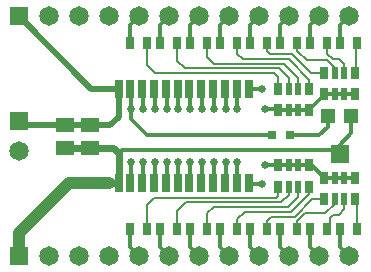
<source format=gtl>
G04 (created by PCBNEW (2013-04-03 BZR 4062)-testing) date Fri 05 Apr 2013 04:06:22 PM CEST*
%MOIN*%
G04 Gerber Fmt 3.4, Leading zero omitted, Abs format*
%FSLAX34Y34*%
G01*
G70*
G90*
G04 APERTURE LIST*
%ADD10C,2.3622e-06*%
%ADD11R,0.0314961X0.0433071*%
%ADD12R,0.059X0.0511*%
%ADD13R,0.0472X0.0472*%
%ADD14R,0.063X0.0591*%
%ADD15R,0.0314X0.0314*%
%ADD16R,0.0256X0.063*%
%ADD17R,0.0649606X0.0649606*%
%ADD18C,0.0649606*%
%ADD19R,0.0255906X0.0393701*%
%ADD20R,0.019685X0.0393701*%
%ADD21C,0.025*%
%ADD22C,0.012*%
%ADD23C,0.008*%
%ADD24C,0.006*%
%ADD25C,0.024*%
%ADD26C,0.04*%
%ADD27C,0.016*%
%ADD28C,0.02*%
G04 APERTURE END LIST*
G54D10*
G54D11*
X61795Y-41900D03*
X61205Y-41900D03*
X62795Y-41900D03*
X62205Y-41900D03*
X60795Y-41900D03*
X60205Y-41900D03*
X63795Y-41900D03*
X63205Y-41900D03*
X64795Y-41900D03*
X64205Y-41900D03*
X65795Y-41900D03*
X65205Y-41900D03*
X66795Y-41900D03*
X66205Y-41900D03*
X66795Y-48100D03*
X66205Y-48100D03*
X59795Y-48100D03*
X59205Y-48100D03*
X60795Y-48100D03*
X60205Y-48100D03*
X61795Y-48100D03*
X61205Y-48100D03*
X62795Y-48100D03*
X62205Y-48100D03*
X65795Y-48100D03*
X65205Y-48100D03*
X63795Y-48100D03*
X63205Y-48100D03*
X64795Y-48100D03*
X64205Y-48100D03*
G54D12*
X57875Y-44651D03*
X57875Y-45399D03*
X57050Y-44651D03*
X57050Y-45399D03*
G54D13*
X66594Y-44330D03*
X65806Y-44330D03*
G54D14*
X66200Y-45610D03*
G54D15*
X64547Y-44977D03*
X63957Y-44977D03*
G54D16*
X58835Y-46575D03*
X59228Y-46575D03*
X59622Y-46575D03*
X60016Y-46575D03*
X60409Y-46575D03*
X60803Y-46575D03*
X61197Y-46575D03*
X61591Y-46575D03*
X61984Y-46575D03*
X62378Y-46575D03*
X62772Y-46575D03*
X63165Y-46575D03*
X63165Y-43425D03*
X62772Y-43425D03*
X62378Y-43425D03*
X61984Y-43425D03*
X61591Y-43425D03*
X61197Y-43425D03*
X60803Y-43425D03*
X60409Y-43425D03*
X60016Y-43425D03*
X59622Y-43425D03*
X59228Y-43425D03*
X58835Y-43425D03*
G54D17*
X55500Y-49000D03*
G54D18*
X56500Y-49000D03*
X57500Y-49000D03*
X58500Y-49000D03*
X59500Y-49000D03*
X60500Y-49000D03*
X61500Y-49000D03*
X62500Y-49000D03*
X63500Y-49000D03*
X64500Y-49000D03*
X65500Y-49000D03*
X66500Y-49000D03*
G54D17*
X55500Y-41000D03*
G54D18*
X56500Y-41000D03*
X57500Y-41000D03*
X58500Y-41000D03*
X59500Y-41000D03*
X60500Y-41000D03*
X61500Y-41000D03*
X62500Y-41000D03*
X63500Y-41000D03*
X64500Y-41000D03*
X65500Y-41000D03*
X66500Y-41000D03*
G54D17*
X55511Y-44500D03*
G54D18*
X55511Y-45500D03*
G54D11*
X59795Y-41900D03*
X59205Y-41900D03*
G54D19*
X64143Y-45984D03*
G54D20*
X64507Y-45984D03*
X64822Y-45984D03*
G54D19*
X65187Y-45984D03*
X64143Y-46692D03*
G54D20*
X64507Y-46692D03*
X64822Y-46692D03*
G54D19*
X65187Y-46692D03*
X65679Y-46397D03*
G54D20*
X66043Y-46397D03*
X66358Y-46397D03*
G54D19*
X66722Y-46397D03*
X65679Y-47106D03*
G54D20*
X66043Y-47106D03*
X66358Y-47106D03*
G54D19*
X66722Y-47106D03*
X66722Y-43602D03*
G54D20*
X66358Y-43602D03*
X66043Y-43602D03*
G54D19*
X65679Y-43602D03*
X66722Y-42893D03*
G54D20*
X66358Y-42893D03*
X66043Y-42893D03*
G54D19*
X65679Y-42893D03*
X65187Y-44133D03*
G54D20*
X64822Y-44133D03*
X64507Y-44133D03*
G54D19*
X64143Y-44133D03*
X65187Y-43425D03*
G54D20*
X64822Y-43425D03*
X64507Y-43425D03*
G54D19*
X64143Y-43425D03*
G54D21*
X59645Y-45866D03*
X60039Y-44094D03*
X60039Y-45866D03*
X60433Y-45866D03*
X60826Y-45866D03*
X62401Y-44094D03*
X62007Y-44094D03*
X61614Y-44094D03*
X61220Y-44094D03*
X60826Y-44094D03*
X60433Y-44094D03*
X61220Y-45866D03*
X61614Y-45866D03*
X62007Y-45866D03*
X62401Y-45866D03*
X62795Y-45866D03*
X63622Y-46614D03*
X63600Y-43450D03*
X62795Y-44094D03*
X59251Y-44094D03*
X59251Y-45866D03*
X59645Y-44094D03*
X63720Y-45984D03*
X63720Y-44114D03*
G54D22*
X59622Y-46575D02*
X59645Y-46551D01*
X59645Y-46551D02*
X59645Y-45866D01*
X60016Y-43425D02*
X60039Y-43448D01*
X60039Y-43448D02*
X60039Y-44094D01*
G54D23*
X59795Y-48100D02*
X59795Y-47300D01*
X64143Y-46998D02*
X64143Y-46692D01*
X64064Y-47076D02*
X64143Y-46998D01*
X60019Y-47076D02*
X64064Y-47076D01*
X59795Y-47300D02*
X60019Y-47076D01*
G54D24*
X66722Y-43011D02*
X66751Y-42982D01*
X66751Y-41943D02*
X66795Y-41900D01*
G54D23*
X66751Y-42982D02*
X66751Y-41943D01*
G54D24*
X66722Y-43011D02*
X66795Y-42938D01*
G54D23*
X60795Y-48100D02*
X60795Y-47501D01*
X64507Y-46978D02*
X64507Y-46692D01*
X64261Y-47224D02*
X64507Y-46978D01*
X61072Y-47224D02*
X64261Y-47224D01*
X60795Y-47501D02*
X61072Y-47224D01*
G54D24*
X65795Y-41900D02*
X65787Y-41908D01*
G54D23*
X65787Y-41908D02*
X65787Y-42263D01*
X66358Y-42618D02*
X66358Y-43011D01*
X66181Y-42440D02*
X66358Y-42618D01*
X65964Y-42440D02*
X66181Y-42440D01*
X65787Y-42263D02*
X65964Y-42440D01*
X61795Y-48100D02*
X61795Y-47576D01*
X64822Y-47037D02*
X64822Y-46692D01*
X64488Y-47372D02*
X64822Y-47037D01*
X62000Y-47372D02*
X64488Y-47372D01*
X61795Y-47576D02*
X62000Y-47372D01*
X64795Y-42177D02*
X65098Y-42480D01*
X64795Y-41900D02*
X64795Y-42177D01*
G54D24*
X66043Y-42736D02*
X66043Y-43011D01*
G54D23*
X65787Y-42480D02*
X66043Y-42736D01*
X65098Y-42480D02*
X65787Y-42480D01*
X62795Y-48100D02*
X62795Y-47785D01*
X65187Y-46929D02*
X65187Y-46692D01*
X64586Y-47529D02*
X65187Y-46929D01*
X63051Y-47529D02*
X64586Y-47529D01*
X62795Y-47785D02*
X63051Y-47529D01*
X64625Y-42283D02*
X65236Y-42893D01*
X63795Y-41900D02*
X63795Y-42181D01*
X63897Y-42283D02*
X64625Y-42283D01*
X63795Y-42181D02*
X63897Y-42283D01*
X65236Y-42893D02*
X65679Y-42893D01*
X65679Y-47106D02*
X65295Y-47106D01*
X63795Y-47828D02*
X63795Y-48100D01*
X63927Y-47696D02*
X63795Y-47828D01*
X64704Y-47696D02*
X63927Y-47696D01*
X65295Y-47106D02*
X64704Y-47696D01*
X64498Y-42440D02*
X65187Y-43129D01*
X62972Y-42440D02*
X64498Y-42440D01*
X62795Y-42264D02*
X62972Y-42440D01*
X62795Y-41900D02*
X62795Y-42264D01*
X65187Y-43129D02*
X65187Y-43425D01*
X66043Y-47106D02*
X66043Y-47263D01*
X64795Y-47842D02*
X64795Y-48100D01*
X65059Y-47578D02*
X64795Y-47842D01*
X65728Y-47578D02*
X65059Y-47578D01*
X66043Y-47263D02*
X65728Y-47578D01*
X64350Y-42598D02*
X64822Y-43070D01*
X61795Y-41900D02*
X61795Y-42366D01*
X61795Y-42366D02*
X62027Y-42598D01*
X62027Y-42598D02*
X64350Y-42598D01*
X64822Y-43070D02*
X64822Y-43425D01*
X66171Y-47637D02*
X65974Y-47637D01*
X66358Y-47450D02*
X66171Y-47637D01*
X66358Y-47106D02*
X66358Y-47450D01*
X65875Y-48019D02*
X65795Y-48100D01*
X65875Y-47736D02*
X65875Y-48019D01*
X65974Y-47637D02*
X65875Y-47736D01*
X64507Y-43425D02*
X64507Y-43070D01*
X61043Y-42746D02*
X64183Y-42746D01*
X60795Y-42498D02*
X61043Y-42746D01*
X60795Y-42498D02*
X60795Y-41900D01*
X64507Y-43070D02*
X64183Y-42746D01*
G54D24*
X66722Y-47106D02*
X66795Y-47179D01*
G54D23*
X66795Y-47179D02*
X66795Y-48100D01*
X60059Y-42913D02*
X64015Y-42913D01*
X64143Y-43041D02*
X64143Y-43425D01*
X64015Y-42913D02*
X64143Y-43041D01*
X60059Y-42913D02*
X59795Y-42649D01*
X59795Y-42649D02*
X59795Y-41900D01*
G54D22*
X60016Y-46575D02*
X60039Y-46551D01*
X60039Y-46551D02*
X60039Y-45866D01*
X60409Y-46575D02*
X60433Y-46550D01*
X60433Y-46550D02*
X60433Y-45866D01*
X59205Y-48100D02*
X59205Y-48705D01*
X59205Y-48705D02*
X59500Y-49000D01*
X60803Y-46575D02*
X60826Y-46551D01*
X60826Y-46551D02*
X60826Y-45866D01*
X60205Y-48100D02*
X60205Y-48705D01*
X60205Y-48705D02*
X60500Y-49000D01*
X62378Y-43425D02*
X62401Y-43448D01*
X62401Y-43448D02*
X62401Y-44094D01*
X64205Y-41900D02*
X64205Y-41295D01*
X64205Y-41295D02*
X64500Y-41000D01*
X61984Y-43425D02*
X62007Y-43448D01*
X62007Y-43448D02*
X62007Y-44094D01*
X63205Y-41900D02*
X63205Y-41295D01*
X63205Y-41295D02*
X63500Y-41000D01*
X61591Y-43425D02*
X61614Y-43448D01*
X61614Y-43448D02*
X61614Y-44094D01*
X62205Y-41900D02*
X62205Y-41295D01*
X62205Y-41295D02*
X62500Y-41000D01*
X61197Y-43425D02*
X61220Y-43448D01*
X61220Y-43448D02*
X61220Y-44094D01*
X61205Y-41900D02*
X61205Y-41295D01*
X61205Y-41295D02*
X61500Y-41000D01*
X60803Y-43425D02*
X60826Y-43448D01*
X60826Y-43448D02*
X60826Y-44094D01*
X60205Y-41900D02*
X60205Y-41295D01*
X60205Y-41295D02*
X60500Y-41000D01*
X60409Y-43425D02*
X60433Y-43449D01*
X60433Y-43449D02*
X60433Y-44094D01*
X59205Y-41900D02*
X59205Y-41295D01*
X59205Y-41295D02*
X59500Y-41000D01*
X61197Y-46575D02*
X61220Y-46551D01*
X61220Y-46551D02*
X61220Y-45866D01*
X61205Y-48100D02*
X61205Y-48705D01*
X61205Y-48705D02*
X61500Y-49000D01*
X61591Y-46575D02*
X61614Y-46551D01*
X61614Y-46551D02*
X61614Y-45866D01*
X62205Y-48100D02*
X62205Y-48705D01*
X62205Y-48705D02*
X62500Y-49000D01*
X61984Y-46575D02*
X62007Y-46551D01*
X62007Y-46551D02*
X62007Y-45866D01*
X63205Y-48100D02*
X63205Y-48705D01*
X63205Y-48705D02*
X63500Y-49000D01*
X62378Y-46575D02*
X62401Y-46551D01*
X62401Y-46551D02*
X62401Y-45866D01*
X64205Y-48100D02*
X64205Y-48705D01*
X64205Y-48705D02*
X64500Y-49000D01*
X62772Y-46575D02*
X62795Y-46551D01*
X62795Y-46551D02*
X62795Y-45866D01*
X65205Y-48100D02*
X65205Y-48705D01*
X65205Y-48705D02*
X65500Y-49000D01*
X63165Y-46575D02*
X63204Y-46614D01*
X63204Y-46614D02*
X63622Y-46614D01*
X66205Y-48100D02*
X66205Y-48705D01*
X66205Y-48705D02*
X66500Y-49000D01*
X63165Y-43425D02*
X63190Y-43450D01*
X63190Y-43450D02*
X63600Y-43450D01*
X66205Y-41900D02*
X66205Y-41295D01*
X66205Y-41295D02*
X66500Y-41000D01*
X62772Y-43425D02*
X62795Y-43448D01*
X62795Y-43448D02*
X62795Y-44094D01*
X65205Y-41900D02*
X65205Y-41295D01*
X65205Y-41295D02*
X65500Y-41000D01*
X63957Y-44977D02*
X59777Y-44977D01*
X59251Y-44451D02*
X59251Y-44094D01*
X59251Y-44451D02*
X59505Y-44705D01*
X59505Y-44705D02*
X59777Y-44977D01*
X59228Y-43425D02*
X59251Y-43448D01*
X59251Y-43448D02*
X59251Y-44094D01*
X59228Y-46575D02*
X59251Y-46551D01*
X59251Y-46551D02*
X59251Y-45866D01*
X59622Y-43425D02*
X59645Y-43448D01*
X59645Y-43448D02*
X59645Y-44094D01*
X63523Y-45472D02*
X62913Y-45472D01*
X66200Y-45671D02*
X66001Y-45472D01*
X63820Y-45472D02*
X66001Y-45472D01*
X63820Y-45472D02*
X63523Y-45472D01*
X58947Y-45472D02*
X58835Y-45585D01*
X62913Y-45472D02*
X58947Y-45472D01*
X58844Y-45585D02*
X58835Y-45585D01*
G54D25*
X66249Y-45621D02*
X66200Y-45671D01*
G54D26*
X58500Y-46575D02*
X57175Y-46575D01*
X55500Y-48250D02*
X55500Y-49000D01*
X57175Y-46575D02*
X55500Y-48250D01*
G54D25*
X58835Y-46575D02*
X58500Y-46575D01*
G54D23*
X66129Y-45600D02*
X66200Y-45671D01*
G54D25*
X57875Y-45399D02*
X58649Y-45399D01*
X58649Y-45399D02*
X58835Y-45585D01*
X58835Y-45585D02*
X58835Y-46575D01*
G54D22*
X66200Y-45671D02*
X66200Y-45300D01*
X66200Y-45300D02*
X66594Y-44906D01*
X66594Y-44906D02*
X66594Y-44391D01*
G54D27*
X58835Y-46575D02*
X58834Y-46574D01*
G54D25*
X57050Y-45399D02*
X57875Y-45399D01*
G54D22*
X64547Y-44977D02*
X64550Y-44980D01*
X65519Y-44980D02*
X65806Y-44694D01*
X65806Y-44694D02*
X65806Y-44391D01*
X64550Y-44980D02*
X65519Y-44980D01*
X65679Y-43602D02*
X66043Y-43602D01*
X66043Y-43602D02*
X66358Y-43602D01*
X66358Y-43602D02*
X66722Y-43602D01*
X64143Y-45984D02*
X64507Y-45984D01*
X64507Y-45984D02*
X64822Y-45984D01*
X64822Y-45984D02*
X65187Y-45984D01*
X65187Y-45984D02*
X65265Y-45984D01*
X65265Y-45984D02*
X65679Y-46397D01*
X64143Y-44133D02*
X64124Y-44114D01*
X63720Y-45984D02*
X64143Y-45984D01*
X64124Y-44114D02*
X63720Y-44114D01*
X64143Y-44133D02*
X64507Y-44133D01*
X64507Y-44133D02*
X64822Y-44133D01*
X64822Y-44133D02*
X65187Y-44133D01*
X65187Y-44133D02*
X65600Y-43720D01*
X65600Y-43720D02*
X65679Y-43720D01*
X65679Y-46397D02*
X66043Y-46397D01*
X66043Y-46397D02*
X66358Y-46397D01*
X66358Y-46397D02*
X66722Y-46397D01*
G54D28*
X58835Y-43425D02*
X57925Y-43425D01*
X57925Y-43425D02*
X55500Y-41000D01*
X57050Y-44651D02*
X55662Y-44651D01*
X55662Y-44651D02*
X55511Y-44500D01*
X57875Y-44651D02*
X58549Y-44651D01*
X58835Y-44365D02*
X58835Y-43425D01*
X58549Y-44651D02*
X58835Y-44365D01*
X57050Y-44651D02*
X57875Y-44651D01*
G54D22*
X56904Y-44505D02*
X57050Y-44651D01*
M02*

</source>
